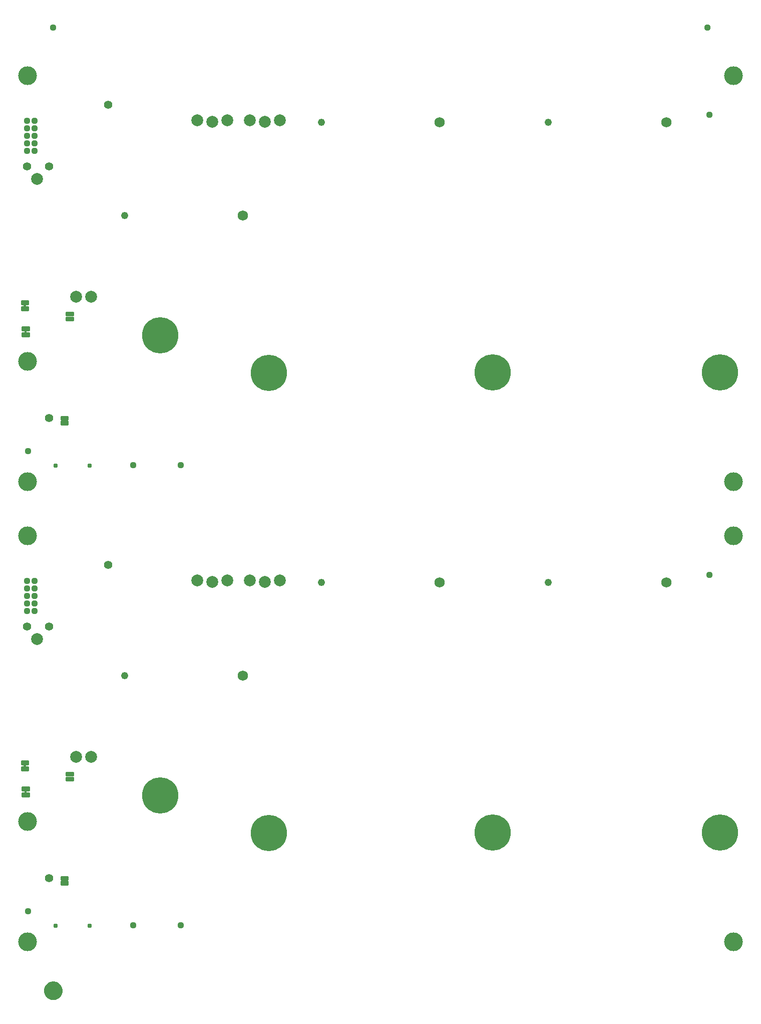
<source format=gbs>
G04 EAGLE Gerber RS-274X export*
G75*
%MOMM*%
%FSLAX34Y34*%
%LPD*%
%INSoldermask Bottom*%
%IPPOS*%
%AMOC8*
5,1,8,0,0,1.08239X$1,22.5*%
G01*
%ADD10C,6.127000*%
%ADD11C,3.175000*%
%ADD12C,1.227000*%
%ADD13C,1.727000*%
%ADD14C,0.777000*%
%ADD15C,1.127000*%
%ADD16C,1.397000*%
%ADD17C,2.006600*%
%ADD18C,0.228600*%
%ADD19C,0.228344*%
%ADD20C,1.270000*%
%ADD21C,1.627000*%

G36*
X22163Y1098163D02*
X22163Y1098163D01*
X22229Y1098165D01*
X22272Y1098183D01*
X22319Y1098191D01*
X22376Y1098225D01*
X22436Y1098250D01*
X22471Y1098281D01*
X22512Y1098306D01*
X22554Y1098357D01*
X22602Y1098401D01*
X22624Y1098443D01*
X22653Y1098480D01*
X22674Y1098542D01*
X22705Y1098601D01*
X22713Y1098655D01*
X22725Y1098692D01*
X22724Y1098732D01*
X22732Y1098786D01*
X22732Y1102596D01*
X22721Y1102661D01*
X22719Y1102727D01*
X22701Y1102770D01*
X22693Y1102817D01*
X22659Y1102874D01*
X22634Y1102934D01*
X22603Y1102969D01*
X22578Y1103010D01*
X22527Y1103052D01*
X22483Y1103100D01*
X22441Y1103122D01*
X22404Y1103151D01*
X22342Y1103172D01*
X22283Y1103203D01*
X22229Y1103211D01*
X22192Y1103223D01*
X22152Y1103222D01*
X22098Y1103230D01*
X19558Y1103230D01*
X19493Y1103219D01*
X19427Y1103217D01*
X19384Y1103199D01*
X19337Y1103191D01*
X19280Y1103157D01*
X19220Y1103132D01*
X19185Y1103101D01*
X19144Y1103076D01*
X19103Y1103025D01*
X19054Y1102981D01*
X19032Y1102939D01*
X19003Y1102902D01*
X18982Y1102840D01*
X18951Y1102781D01*
X18943Y1102727D01*
X18931Y1102690D01*
X18931Y1102686D01*
X18931Y1102685D01*
X18932Y1102650D01*
X18924Y1102596D01*
X18924Y1098786D01*
X18935Y1098721D01*
X18937Y1098655D01*
X18955Y1098612D01*
X18963Y1098565D01*
X18997Y1098508D01*
X19022Y1098448D01*
X19053Y1098413D01*
X19078Y1098372D01*
X19129Y1098331D01*
X19173Y1098282D01*
X19215Y1098260D01*
X19252Y1098231D01*
X19314Y1098210D01*
X19373Y1098179D01*
X19427Y1098171D01*
X19464Y1098159D01*
X19504Y1098160D01*
X19558Y1098152D01*
X22098Y1098152D01*
X22163Y1098163D01*
G37*
G36*
X23433Y1054048D02*
X23433Y1054048D01*
X23499Y1054050D01*
X23542Y1054068D01*
X23589Y1054076D01*
X23646Y1054109D01*
X23706Y1054134D01*
X23741Y1054166D01*
X23782Y1054190D01*
X23824Y1054241D01*
X23872Y1054286D01*
X23894Y1054328D01*
X23923Y1054364D01*
X23944Y1054427D01*
X23975Y1054485D01*
X23983Y1054540D01*
X23995Y1054577D01*
X23994Y1054616D01*
X24002Y1054671D01*
X24002Y1058481D01*
X23991Y1058545D01*
X23989Y1058611D01*
X23971Y1058655D01*
X23963Y1058701D01*
X23929Y1058758D01*
X23904Y1058819D01*
X23873Y1058854D01*
X23848Y1058895D01*
X23797Y1058936D01*
X23753Y1058985D01*
X23711Y1059006D01*
X23674Y1059036D01*
X23612Y1059057D01*
X23553Y1059087D01*
X23499Y1059095D01*
X23462Y1059108D01*
X23422Y1059107D01*
X23368Y1059115D01*
X20828Y1059115D01*
X20763Y1059103D01*
X20697Y1059101D01*
X20654Y1059083D01*
X20607Y1059075D01*
X20550Y1059042D01*
X20490Y1059017D01*
X20455Y1058985D01*
X20414Y1058961D01*
X20373Y1058910D01*
X20324Y1058865D01*
X20302Y1058823D01*
X20273Y1058787D01*
X20252Y1058725D01*
X20221Y1058666D01*
X20213Y1058611D01*
X20201Y1058574D01*
X20201Y1058570D01*
X20202Y1058534D01*
X20194Y1058481D01*
X20194Y1054671D01*
X20205Y1054606D01*
X20207Y1054540D01*
X20225Y1054496D01*
X20233Y1054450D01*
X20267Y1054393D01*
X20292Y1054332D01*
X20323Y1054297D01*
X20348Y1054256D01*
X20399Y1054215D01*
X20443Y1054166D01*
X20485Y1054145D01*
X20522Y1054115D01*
X20584Y1054094D01*
X20643Y1054064D01*
X20697Y1054056D01*
X20734Y1054043D01*
X20774Y1054044D01*
X20828Y1054036D01*
X23368Y1054036D01*
X23433Y1054048D01*
G37*
G36*
X22163Y320923D02*
X22163Y320923D01*
X22229Y320925D01*
X22272Y320943D01*
X22319Y320951D01*
X22376Y320985D01*
X22436Y321010D01*
X22471Y321041D01*
X22512Y321066D01*
X22554Y321117D01*
X22602Y321161D01*
X22624Y321203D01*
X22653Y321240D01*
X22674Y321302D01*
X22705Y321361D01*
X22713Y321415D01*
X22725Y321452D01*
X22724Y321492D01*
X22732Y321546D01*
X22732Y325356D01*
X22721Y325421D01*
X22719Y325487D01*
X22701Y325530D01*
X22693Y325577D01*
X22659Y325634D01*
X22634Y325694D01*
X22603Y325729D01*
X22578Y325770D01*
X22527Y325812D01*
X22483Y325860D01*
X22441Y325882D01*
X22404Y325911D01*
X22342Y325932D01*
X22283Y325963D01*
X22229Y325971D01*
X22192Y325983D01*
X22152Y325982D01*
X22098Y325990D01*
X19558Y325990D01*
X19493Y325979D01*
X19427Y325977D01*
X19384Y325959D01*
X19337Y325951D01*
X19280Y325917D01*
X19220Y325892D01*
X19185Y325861D01*
X19144Y325836D01*
X19103Y325785D01*
X19054Y325741D01*
X19032Y325699D01*
X19003Y325662D01*
X18982Y325600D01*
X18951Y325541D01*
X18943Y325487D01*
X18931Y325450D01*
X18931Y325446D01*
X18931Y325445D01*
X18932Y325410D01*
X18924Y325356D01*
X18924Y321546D01*
X18935Y321481D01*
X18937Y321415D01*
X18955Y321372D01*
X18963Y321325D01*
X18997Y321268D01*
X19022Y321208D01*
X19053Y321173D01*
X19078Y321132D01*
X19129Y321091D01*
X19173Y321042D01*
X19215Y321020D01*
X19252Y320991D01*
X19314Y320970D01*
X19373Y320939D01*
X19427Y320931D01*
X19464Y320919D01*
X19504Y320920D01*
X19558Y320912D01*
X22098Y320912D01*
X22163Y320923D01*
G37*
G36*
X23433Y276808D02*
X23433Y276808D01*
X23499Y276810D01*
X23542Y276828D01*
X23589Y276836D01*
X23646Y276869D01*
X23706Y276894D01*
X23741Y276926D01*
X23782Y276950D01*
X23824Y277001D01*
X23872Y277046D01*
X23894Y277088D01*
X23923Y277124D01*
X23944Y277187D01*
X23975Y277245D01*
X23983Y277300D01*
X23995Y277337D01*
X23994Y277376D01*
X24002Y277431D01*
X24002Y281241D01*
X23991Y281305D01*
X23989Y281371D01*
X23971Y281415D01*
X23963Y281461D01*
X23929Y281518D01*
X23904Y281579D01*
X23873Y281614D01*
X23848Y281655D01*
X23797Y281696D01*
X23753Y281745D01*
X23711Y281766D01*
X23674Y281796D01*
X23612Y281817D01*
X23553Y281847D01*
X23499Y281855D01*
X23462Y281868D01*
X23422Y281867D01*
X23368Y281875D01*
X20828Y281875D01*
X20763Y281863D01*
X20697Y281861D01*
X20654Y281843D01*
X20607Y281835D01*
X20550Y281802D01*
X20490Y281777D01*
X20455Y281745D01*
X20414Y281721D01*
X20373Y281670D01*
X20324Y281625D01*
X20302Y281583D01*
X20273Y281547D01*
X20252Y281485D01*
X20221Y281426D01*
X20213Y281371D01*
X20201Y281334D01*
X20201Y281330D01*
X20202Y281294D01*
X20194Y281241D01*
X20194Y277431D01*
X20205Y277366D01*
X20207Y277300D01*
X20225Y277256D01*
X20233Y277210D01*
X20267Y277153D01*
X20292Y277092D01*
X20323Y277057D01*
X20348Y277016D01*
X20399Y276975D01*
X20443Y276926D01*
X20485Y276905D01*
X20522Y276875D01*
X20584Y276854D01*
X20643Y276824D01*
X20697Y276816D01*
X20734Y276803D01*
X20774Y276804D01*
X20828Y276796D01*
X23368Y276796D01*
X23433Y276808D01*
G37*
D10*
X1196200Y210058D03*
X249972Y272742D03*
D11*
X25400Y711200D03*
X1219200Y711200D03*
X1219200Y25400D03*
X25400Y25400D03*
D12*
X189560Y474980D03*
D13*
X389560Y474980D03*
D14*
X72700Y53114D03*
X130500Y53114D03*
D15*
X24762Y622358D03*
X24762Y609658D03*
X24762Y596958D03*
X24762Y584258D03*
X24762Y635058D03*
X37462Y622358D03*
X37462Y609658D03*
X37462Y596958D03*
X37462Y584258D03*
X37462Y635058D03*
D16*
X61730Y558680D03*
X161798Y662686D03*
X61722Y133096D03*
X24440Y558580D03*
D15*
X1178560Y645160D03*
X26670Y77470D03*
D17*
X41148Y537464D03*
D18*
X93472Y127889D02*
X93472Y122555D01*
X81788Y122555D01*
X81788Y127889D01*
X93472Y127889D01*
X93472Y124727D02*
X81788Y124727D01*
X81788Y126899D02*
X93472Y126899D01*
X93472Y130683D02*
X93472Y136017D01*
X93472Y130683D02*
X81788Y130683D01*
X81788Y136017D01*
X93472Y136017D01*
X93472Y132855D02*
X81788Y132855D01*
X81788Y135027D02*
X93472Y135027D01*
D17*
X133096Y338074D03*
X107696Y338074D03*
D18*
X90424Y311785D02*
X90424Y306451D01*
X90424Y311785D02*
X102108Y311785D01*
X102108Y306451D01*
X90424Y306451D01*
X90424Y308623D02*
X102108Y308623D01*
X102108Y310795D02*
X90424Y310795D01*
X90424Y303657D02*
X90424Y298323D01*
X90424Y303657D02*
X102108Y303657D01*
X102108Y298323D01*
X90424Y298323D01*
X90424Y300495D02*
X102108Y300495D01*
X102108Y302667D02*
X90424Y302667D01*
D19*
X14984Y325862D02*
X14984Y331454D01*
X26672Y331454D01*
X26672Y325862D01*
X14984Y325862D01*
X14984Y328031D02*
X26672Y328031D01*
X26672Y330200D02*
X14984Y330200D01*
X14984Y321040D02*
X14984Y315448D01*
X14984Y321040D02*
X26672Y321040D01*
X26672Y315448D01*
X14984Y315448D01*
X14984Y317617D02*
X26672Y317617D01*
X26672Y319786D02*
X14984Y319786D01*
D12*
X522300Y632460D03*
D13*
X722300Y632460D03*
D12*
X905840Y632460D03*
D13*
X1105840Y632460D03*
D15*
X284500Y53340D03*
X204500Y53340D03*
D19*
X16254Y281747D02*
X16254Y287339D01*
X27942Y287339D01*
X27942Y281747D01*
X16254Y281747D01*
X16254Y283916D02*
X27942Y283916D01*
X27942Y286085D02*
X16254Y286085D01*
X16254Y276925D02*
X16254Y271333D01*
X16254Y276925D02*
X27942Y276925D01*
X27942Y271333D01*
X16254Y271333D01*
X16254Y273502D02*
X27942Y273502D01*
X27942Y275671D02*
X16254Y275671D01*
D10*
X812200Y210566D03*
X433200Y209804D03*
D11*
X25400Y228600D03*
D17*
X312420Y636270D03*
X337820Y633730D03*
X363220Y636270D03*
X401320Y636270D03*
X426720Y633730D03*
X452120Y636270D03*
D10*
X1196200Y987298D03*
X249972Y1049982D03*
D11*
X25400Y1488440D03*
X1219200Y1488440D03*
X1219200Y802640D03*
X25400Y802640D03*
D12*
X189560Y1252220D03*
D13*
X389560Y1252220D03*
D14*
X72700Y830354D03*
X130500Y830354D03*
D15*
X24762Y1399598D03*
X24762Y1386898D03*
X24762Y1374198D03*
X24762Y1361498D03*
X24762Y1412298D03*
X37462Y1399598D03*
X37462Y1386898D03*
X37462Y1374198D03*
X37462Y1361498D03*
X37462Y1412298D03*
D16*
X61730Y1335920D03*
X161798Y1439926D03*
X61722Y910336D03*
X24440Y1335820D03*
D15*
X1178560Y1422400D03*
X26670Y854710D03*
D17*
X41148Y1314704D03*
D18*
X93472Y905129D02*
X93472Y899795D01*
X81788Y899795D01*
X81788Y905129D01*
X93472Y905129D01*
X93472Y901967D02*
X81788Y901967D01*
X81788Y904139D02*
X93472Y904139D01*
X93472Y907923D02*
X93472Y913257D01*
X93472Y907923D02*
X81788Y907923D01*
X81788Y913257D01*
X93472Y913257D01*
X93472Y910095D02*
X81788Y910095D01*
X81788Y912267D02*
X93472Y912267D01*
D17*
X133096Y1115314D03*
X107696Y1115314D03*
D18*
X90424Y1089025D02*
X90424Y1083691D01*
X90424Y1089025D02*
X102108Y1089025D01*
X102108Y1083691D01*
X90424Y1083691D01*
X90424Y1085863D02*
X102108Y1085863D01*
X102108Y1088035D02*
X90424Y1088035D01*
X90424Y1080897D02*
X90424Y1075563D01*
X90424Y1080897D02*
X102108Y1080897D01*
X102108Y1075563D01*
X90424Y1075563D01*
X90424Y1077735D02*
X102108Y1077735D01*
X102108Y1079907D02*
X90424Y1079907D01*
D19*
X14984Y1103102D02*
X14984Y1108694D01*
X26672Y1108694D01*
X26672Y1103102D01*
X14984Y1103102D01*
X14984Y1105271D02*
X26672Y1105271D01*
X26672Y1107440D02*
X14984Y1107440D01*
X14984Y1098280D02*
X14984Y1092688D01*
X14984Y1098280D02*
X26672Y1098280D01*
X26672Y1092688D01*
X14984Y1092688D01*
X14984Y1094857D02*
X26672Y1094857D01*
X26672Y1097026D02*
X14984Y1097026D01*
D12*
X522300Y1409700D03*
D13*
X722300Y1409700D03*
D12*
X905840Y1409700D03*
D13*
X1105840Y1409700D03*
D15*
X284500Y830580D03*
X204500Y830580D03*
D19*
X16254Y1058987D02*
X16254Y1064579D01*
X27942Y1064579D01*
X27942Y1058987D01*
X16254Y1058987D01*
X16254Y1061156D02*
X27942Y1061156D01*
X27942Y1063325D02*
X16254Y1063325D01*
X16254Y1054165D02*
X16254Y1048573D01*
X16254Y1054165D02*
X27942Y1054165D01*
X27942Y1048573D01*
X16254Y1048573D01*
X16254Y1050742D02*
X27942Y1050742D01*
X27942Y1052911D02*
X16254Y1052911D01*
D10*
X812200Y987806D03*
X433200Y987044D03*
D11*
X25400Y1005840D03*
D17*
X312420Y1413510D03*
X337820Y1410970D03*
X363220Y1413510D03*
X401320Y1413510D03*
X426720Y1410970D03*
X452120Y1413510D03*
D15*
X68580Y1570355D03*
X1175385Y1570355D03*
D20*
X59525Y-56515D02*
X59528Y-56293D01*
X59536Y-56071D01*
X59550Y-55849D01*
X59569Y-55627D01*
X59593Y-55407D01*
X59623Y-55186D01*
X59658Y-54967D01*
X59699Y-54748D01*
X59745Y-54531D01*
X59796Y-54315D01*
X59853Y-54100D01*
X59915Y-53886D01*
X59982Y-53675D01*
X60054Y-53464D01*
X60132Y-53256D01*
X60214Y-53050D01*
X60302Y-52846D01*
X60394Y-52643D01*
X60492Y-52444D01*
X60594Y-52247D01*
X60701Y-52052D01*
X60813Y-51860D01*
X60930Y-51671D01*
X61051Y-51484D01*
X61177Y-51301D01*
X61307Y-51121D01*
X61442Y-50944D01*
X61580Y-50771D01*
X61723Y-50601D01*
X61871Y-50434D01*
X62022Y-50271D01*
X62177Y-50112D01*
X62336Y-49957D01*
X62499Y-49806D01*
X62666Y-49658D01*
X62836Y-49515D01*
X63009Y-49377D01*
X63186Y-49242D01*
X63366Y-49112D01*
X63549Y-48986D01*
X63736Y-48865D01*
X63925Y-48748D01*
X64117Y-48636D01*
X64312Y-48529D01*
X64509Y-48427D01*
X64708Y-48329D01*
X64911Y-48237D01*
X65115Y-48149D01*
X65321Y-48067D01*
X65529Y-47989D01*
X65740Y-47917D01*
X65951Y-47850D01*
X66165Y-47788D01*
X66380Y-47731D01*
X66596Y-47680D01*
X66813Y-47634D01*
X67032Y-47593D01*
X67251Y-47558D01*
X67472Y-47528D01*
X67692Y-47504D01*
X67914Y-47485D01*
X68136Y-47471D01*
X68358Y-47463D01*
X68580Y-47460D01*
X68802Y-47463D01*
X69024Y-47471D01*
X69246Y-47485D01*
X69468Y-47504D01*
X69688Y-47528D01*
X69909Y-47558D01*
X70128Y-47593D01*
X70347Y-47634D01*
X70564Y-47680D01*
X70780Y-47731D01*
X70995Y-47788D01*
X71209Y-47850D01*
X71420Y-47917D01*
X71631Y-47989D01*
X71839Y-48067D01*
X72045Y-48149D01*
X72249Y-48237D01*
X72452Y-48329D01*
X72651Y-48427D01*
X72848Y-48529D01*
X73043Y-48636D01*
X73235Y-48748D01*
X73424Y-48865D01*
X73611Y-48986D01*
X73794Y-49112D01*
X73974Y-49242D01*
X74151Y-49377D01*
X74324Y-49515D01*
X74494Y-49658D01*
X74661Y-49806D01*
X74824Y-49957D01*
X74983Y-50112D01*
X75138Y-50271D01*
X75289Y-50434D01*
X75437Y-50601D01*
X75580Y-50771D01*
X75718Y-50944D01*
X75853Y-51121D01*
X75983Y-51301D01*
X76109Y-51484D01*
X76230Y-51671D01*
X76347Y-51860D01*
X76459Y-52052D01*
X76566Y-52247D01*
X76668Y-52444D01*
X76766Y-52643D01*
X76858Y-52846D01*
X76946Y-53050D01*
X77028Y-53256D01*
X77106Y-53464D01*
X77178Y-53675D01*
X77245Y-53886D01*
X77307Y-54100D01*
X77364Y-54315D01*
X77415Y-54531D01*
X77461Y-54748D01*
X77502Y-54967D01*
X77537Y-55186D01*
X77567Y-55407D01*
X77591Y-55627D01*
X77610Y-55849D01*
X77624Y-56071D01*
X77632Y-56293D01*
X77635Y-56515D01*
X77632Y-56737D01*
X77624Y-56959D01*
X77610Y-57181D01*
X77591Y-57403D01*
X77567Y-57623D01*
X77537Y-57844D01*
X77502Y-58063D01*
X77461Y-58282D01*
X77415Y-58499D01*
X77364Y-58715D01*
X77307Y-58930D01*
X77245Y-59144D01*
X77178Y-59355D01*
X77106Y-59566D01*
X77028Y-59774D01*
X76946Y-59980D01*
X76858Y-60184D01*
X76766Y-60387D01*
X76668Y-60586D01*
X76566Y-60783D01*
X76459Y-60978D01*
X76347Y-61170D01*
X76230Y-61359D01*
X76109Y-61546D01*
X75983Y-61729D01*
X75853Y-61909D01*
X75718Y-62086D01*
X75580Y-62259D01*
X75437Y-62429D01*
X75289Y-62596D01*
X75138Y-62759D01*
X74983Y-62918D01*
X74824Y-63073D01*
X74661Y-63224D01*
X74494Y-63372D01*
X74324Y-63515D01*
X74151Y-63653D01*
X73974Y-63788D01*
X73794Y-63918D01*
X73611Y-64044D01*
X73424Y-64165D01*
X73235Y-64282D01*
X73043Y-64394D01*
X72848Y-64501D01*
X72651Y-64603D01*
X72452Y-64701D01*
X72249Y-64793D01*
X72045Y-64881D01*
X71839Y-64963D01*
X71631Y-65041D01*
X71420Y-65113D01*
X71209Y-65180D01*
X70995Y-65242D01*
X70780Y-65299D01*
X70564Y-65350D01*
X70347Y-65396D01*
X70128Y-65437D01*
X69909Y-65472D01*
X69688Y-65502D01*
X69468Y-65526D01*
X69246Y-65545D01*
X69024Y-65559D01*
X68802Y-65567D01*
X68580Y-65570D01*
X68358Y-65567D01*
X68136Y-65559D01*
X67914Y-65545D01*
X67692Y-65526D01*
X67472Y-65502D01*
X67251Y-65472D01*
X67032Y-65437D01*
X66813Y-65396D01*
X66596Y-65350D01*
X66380Y-65299D01*
X66165Y-65242D01*
X65951Y-65180D01*
X65740Y-65113D01*
X65529Y-65041D01*
X65321Y-64963D01*
X65115Y-64881D01*
X64911Y-64793D01*
X64708Y-64701D01*
X64509Y-64603D01*
X64312Y-64501D01*
X64117Y-64394D01*
X63925Y-64282D01*
X63736Y-64165D01*
X63549Y-64044D01*
X63366Y-63918D01*
X63186Y-63788D01*
X63009Y-63653D01*
X62836Y-63515D01*
X62666Y-63372D01*
X62499Y-63224D01*
X62336Y-63073D01*
X62177Y-62918D01*
X62022Y-62759D01*
X61871Y-62596D01*
X61723Y-62429D01*
X61580Y-62259D01*
X61442Y-62086D01*
X61307Y-61909D01*
X61177Y-61729D01*
X61051Y-61546D01*
X60930Y-61359D01*
X60813Y-61170D01*
X60701Y-60978D01*
X60594Y-60783D01*
X60492Y-60586D01*
X60394Y-60387D01*
X60302Y-60184D01*
X60214Y-59980D01*
X60132Y-59774D01*
X60054Y-59566D01*
X59982Y-59355D01*
X59915Y-59144D01*
X59853Y-58930D01*
X59796Y-58715D01*
X59745Y-58499D01*
X59699Y-58282D01*
X59658Y-58063D01*
X59623Y-57844D01*
X59593Y-57623D01*
X59569Y-57403D01*
X59550Y-57181D01*
X59536Y-56959D01*
X59528Y-56737D01*
X59525Y-56515D01*
D21*
X68580Y-56515D03*
M02*

</source>
